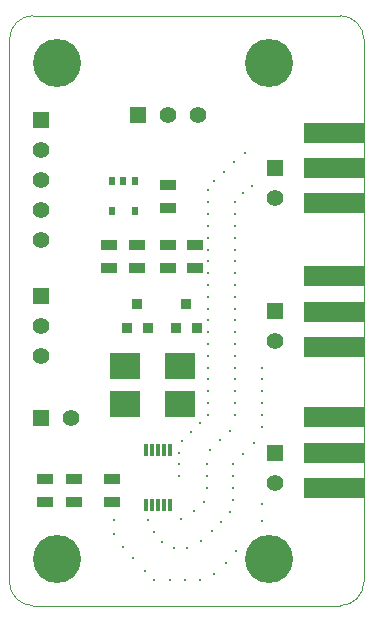
<source format=gbr>
G04 #@! TF.FileFunction,Soldermask,Top*
%FSLAX46Y46*%
G04 Gerber Fmt 4.6, Leading zero omitted, Abs format (unit mm)*
G04 Created by KiCad (PCBNEW 0.201501172016+5377~20~ubuntu14.04.1-product) date Fri 30 Jan 2015 01:41:11 PM PST*
%MOMM*%
G01*
G04 APERTURE LIST*
%ADD10C,0.100000*%
%ADD11C,0.200000*%
%ADD12R,1.397000X0.889000*%
%ADD13R,1.397000X1.397000*%
%ADD14C,1.397000*%
%ADD15C,4.064000*%
%ADD16R,5.080000X1.800000*%
%ADD17R,0.914400X0.914400*%
%ADD18R,0.508000X0.762000*%
%ADD19R,0.300000X1.100000*%
%ADD20R,2.600000X2.250000*%
G04 APERTURE END LIST*
D10*
X128000000Y-99950000D02*
G75*
G03X130000000Y-97950000I0J2000000D01*
G01*
X100000000Y-97950000D02*
G75*
G03X102000000Y-99950000I2000000J0D01*
G01*
X130000000Y-52000000D02*
G75*
G03X128000000Y-50000000I-2000000J0D01*
G01*
X102000000Y-50000000D02*
G75*
G03X100000000Y-52000000I0J-2000000D01*
G01*
X128000000Y-50000000D02*
X102000000Y-50000000D01*
X130000000Y-97900000D02*
X130000000Y-52000000D01*
X102000000Y-99950000D02*
X128000000Y-99950000D01*
X100000000Y-52000000D02*
X100000000Y-97900000D01*
D11*
X119100000Y-75800000D03*
D12*
X113450000Y-64347500D03*
X113450000Y-66252500D03*
D13*
X122500000Y-62930000D03*
D14*
X122500000Y-65470000D03*
D12*
X113400000Y-69447500D03*
X113400000Y-71352500D03*
X115700000Y-69447500D03*
X115700000Y-71352500D03*
D15*
X104000000Y-54000000D03*
X122000000Y-54000000D03*
X104000000Y-96000000D03*
X122000000Y-96000000D03*
D12*
X108450000Y-69447500D03*
X108450000Y-71352500D03*
X110800000Y-69447500D03*
X110800000Y-71352500D03*
X108700000Y-89247500D03*
X108700000Y-91152500D03*
D13*
X102650000Y-58800000D03*
D14*
X102650000Y-61340000D03*
X102650000Y-63880000D03*
X102650000Y-66420000D03*
X102650000Y-68960000D03*
D13*
X102650000Y-73760000D03*
D14*
X102650000Y-76300000D03*
X102650000Y-78840000D03*
D13*
X110910000Y-58400000D03*
D14*
X113450000Y-58400000D03*
X115990000Y-58400000D03*
D16*
X127460000Y-75050000D03*
X127460000Y-72050000D03*
X127460000Y-78050000D03*
X127460000Y-87000000D03*
X127460000Y-84000000D03*
X127460000Y-90000000D03*
D13*
X122500000Y-75030000D03*
D14*
X122500000Y-77570000D03*
D13*
X122500000Y-87030000D03*
D14*
X122500000Y-89570000D03*
D17*
X111689000Y-76416000D03*
X109911000Y-76416000D03*
X110800000Y-74384000D03*
X115839000Y-76416000D03*
X114061000Y-76416000D03*
X114950000Y-74384000D03*
D12*
X105500000Y-89247500D03*
X105500000Y-91152500D03*
X103000000Y-89247500D03*
X103000000Y-91152500D03*
D18*
X110602500Y-63980000D03*
X108697500Y-63980000D03*
X110602500Y-66520000D03*
X109650000Y-63980000D03*
X108697500Y-66520000D03*
D19*
X113600000Y-86750000D03*
X113100000Y-86750000D03*
X112600000Y-86750000D03*
X112100000Y-86750000D03*
X111600000Y-86750000D03*
X111584000Y-91450000D03*
X112092000Y-91450000D03*
X112600000Y-91450000D03*
X113108000Y-91450000D03*
X113616000Y-91450000D03*
D20*
X109750000Y-82900000D03*
X114450000Y-82900000D03*
X114450000Y-79700000D03*
X109750000Y-79700000D03*
D16*
X127460000Y-62900000D03*
X127460000Y-59900000D03*
X127460000Y-65900000D03*
D13*
X102630000Y-84100000D03*
D14*
X105170000Y-84100000D03*
D11*
X116800000Y-64800000D03*
X116800000Y-65800000D03*
X116800000Y-66800000D03*
X116800000Y-67800000D03*
X116800000Y-68800000D03*
X116800000Y-69800000D03*
X116800000Y-70800000D03*
X116800000Y-71800000D03*
X116800000Y-72800000D03*
X116800000Y-73800000D03*
X116800000Y-74800000D03*
X116800000Y-75800000D03*
X116800000Y-76800000D03*
X116800000Y-77800000D03*
X116800000Y-78800000D03*
X116800000Y-79800000D03*
X116800000Y-80800000D03*
X116800000Y-81800000D03*
X116800000Y-82800000D03*
X116800000Y-83800000D03*
X118650000Y-85150000D03*
X114350000Y-89000000D03*
X114350000Y-88000000D03*
X114350000Y-87000000D03*
X114600000Y-86000000D03*
X115400000Y-85250000D03*
X116100000Y-84500000D03*
X119100000Y-83800000D03*
X119100000Y-82800000D03*
X119100000Y-81800000D03*
X119100000Y-80800000D03*
X119100000Y-79800000D03*
X119100000Y-78800000D03*
X119100000Y-77800000D03*
X119100000Y-76800000D03*
X117850000Y-85900000D03*
X116950000Y-86750000D03*
X116700000Y-88000000D03*
X116700000Y-89000000D03*
X116700000Y-90000000D03*
X116450000Y-91150000D03*
X115600000Y-91900000D03*
X114550000Y-92650000D03*
X111700000Y-92700000D03*
X112200000Y-93700000D03*
X112950000Y-94550000D03*
X113900000Y-95050000D03*
X115000000Y-95050000D03*
X116250000Y-94500000D03*
X117150000Y-93650000D03*
X117950000Y-92900000D03*
X118900000Y-91000000D03*
X118900000Y-90000000D03*
X118900000Y-89000000D03*
X118900000Y-88000000D03*
X119750000Y-87100000D03*
X120700000Y-86150000D03*
X121400000Y-84800000D03*
X118650000Y-92050000D03*
X121400000Y-83800000D03*
X121400000Y-82800000D03*
X121400000Y-81800000D03*
X121400000Y-80800000D03*
X121400000Y-79800000D03*
X119100000Y-74800000D03*
X119100000Y-73800000D03*
X119100000Y-72800000D03*
X119100000Y-71800000D03*
X119100000Y-70800000D03*
X119100000Y-69800000D03*
X119100000Y-68800000D03*
X119100000Y-67800000D03*
X119100000Y-66800000D03*
X119100000Y-65800000D03*
X119800000Y-65050000D03*
X120500000Y-64450000D03*
X117350000Y-64000000D03*
X118150000Y-63200000D03*
X119000000Y-62400000D03*
X119950000Y-61650000D03*
X108850000Y-92700000D03*
X108850000Y-93850000D03*
X109650000Y-95000000D03*
X110450000Y-95900000D03*
X111450000Y-97000000D03*
X113550000Y-97750000D03*
X114850000Y-97750000D03*
X116150000Y-97750000D03*
X117300000Y-97250000D03*
X118300000Y-96300000D03*
X119150000Y-95350000D03*
X112250000Y-97750000D03*
X121350000Y-92800000D03*
X121350000Y-91350000D03*
M02*

</source>
